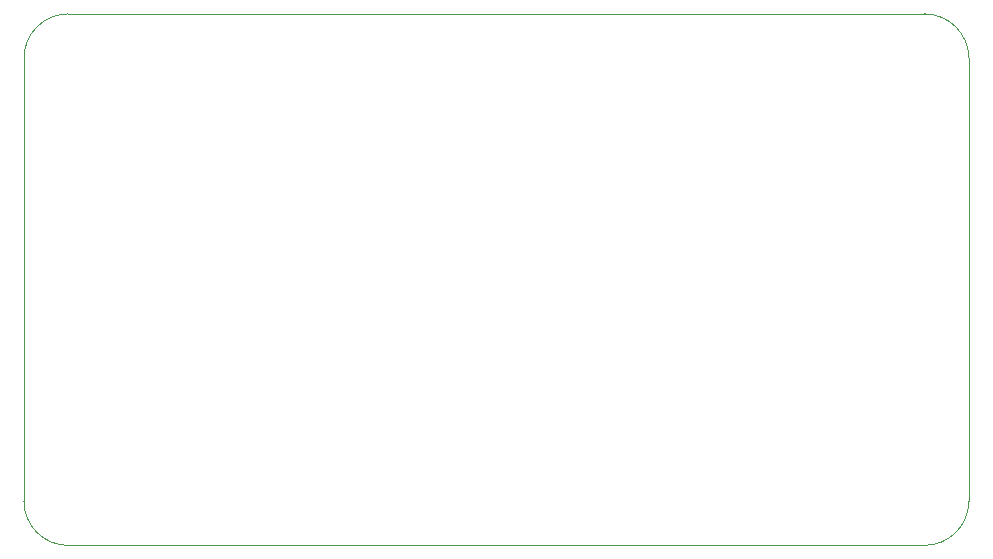
<source format=gbr>
%TF.GenerationSoftware,KiCad,Pcbnew,(5.1.6-0)*%
%TF.CreationDate,2023-05-09T22:05:27-07:00*%
%TF.ProjectId,LM1876x2_bal,4c4d3138-3736-4783-925f-62616c2e6b69,rev?*%
%TF.SameCoordinates,Original*%
%TF.FileFunction,Profile,NP*%
%FSLAX46Y46*%
G04 Gerber Fmt 4.6, Leading zero omitted, Abs format (unit mm)*
G04 Created by KiCad (PCBNEW (5.1.6-0)) date 2023-05-09 22:05:27*
%MOMM*%
%LPD*%
G01*
G04 APERTURE LIST*
%TA.AperFunction,Profile*%
%ADD10C,0.050000*%
%TD*%
G04 APERTURE END LIST*
D10*
X153750000Y-55000000D02*
G75*
G02*
X157500000Y-58750000I0J-3750000D01*
G01*
X157500000Y-96250000D02*
G75*
G02*
X153750000Y-100000000I-3750000J0D01*
G01*
X81250000Y-100000000D02*
G75*
G02*
X77500000Y-96250000I0J3750000D01*
G01*
X77500000Y-58750000D02*
G75*
G02*
X81250000Y-55000000I3750000J0D01*
G01*
X77500000Y-96250000D02*
X77500000Y-58750000D01*
X157500000Y-58750000D02*
X157500000Y-96250000D01*
X81250000Y-100000000D02*
X153750000Y-100000000D01*
X81250000Y-55000000D02*
X153750000Y-55000000D01*
M02*

</source>
